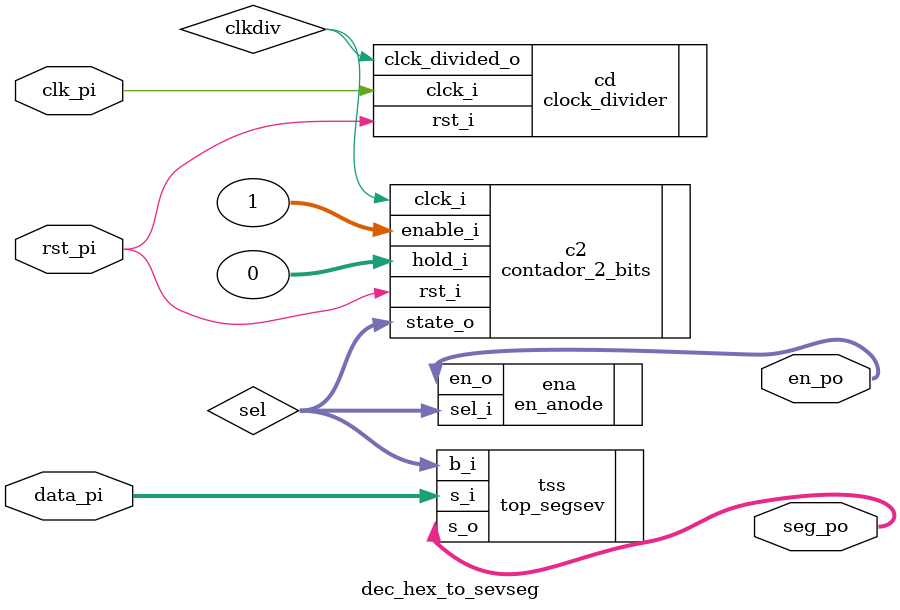
<source format=sv>
`timescale 1ns / 1ps


module dec_hex_to_sevseg(
    input  logic        clk_pi,
    input  logic        rst_pi,
    input  logic [15:0] data_pi,
    output logic [3:0]  en_po,
    output logic [6:0]  seg_po
   );
    
    //Variables del contador
    logic [1:0]  sel;
    
    //Variables del clkdiv
    logic       clkdiv;
    
    clock_divider cd (

        .clck_i         (clk_pi),
        .rst_i          (rst_pi),
        .clck_divided_o (clkdiv)

    );
    
    contador_2_bits c2 (
    
        .clck_i     (clkdiv),
        .enable_i   (1),
        .hold_i     (0),
        .rst_i      (rst_pi),
        .state_o    (sel)
    
    );
   
    top_segsev tss(
    
        .s_i        (data_pi),
        .b_i        (sel),
        .s_o        (seg_po) 

    );
    
    en_anode ena(
        .sel_i      (sel),
        .en_o       (en_po)
    );
    
    
    
    
    
endmodule

</source>
